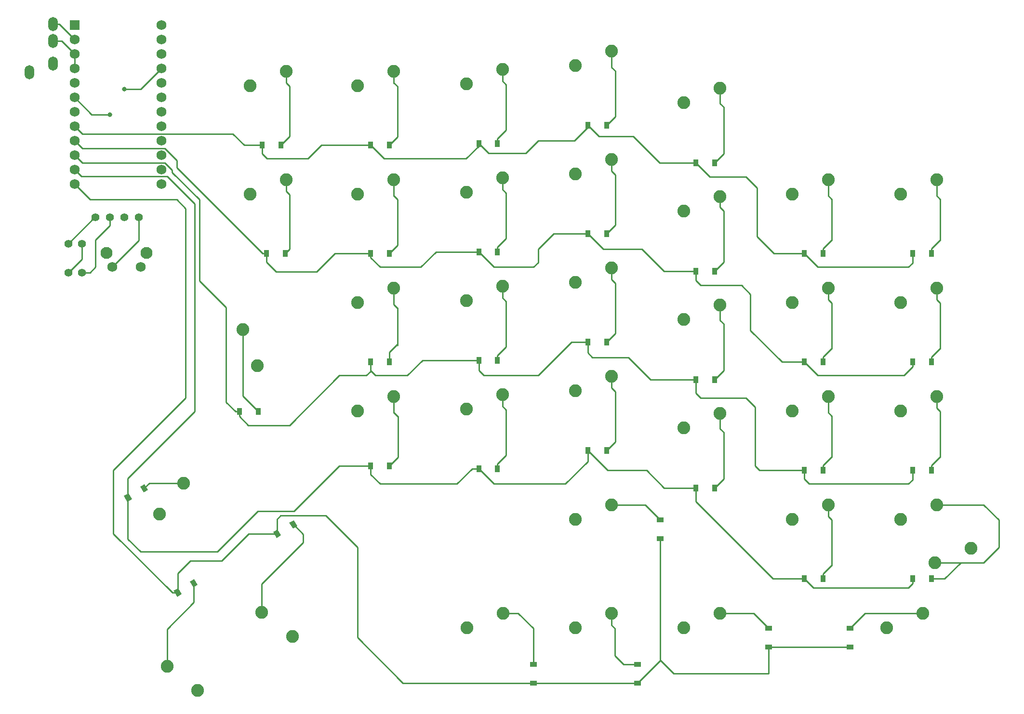
<source format=gbl>
G04 #@! TF.GenerationSoftware,KiCad,Pcbnew,5.1.10*
G04 #@! TF.CreationDate,2021-08-07T14:45:30-04:00*
G04 #@! TF.ProjectId,v05_right,7630355f-7269-4676-9874-2e6b69636164,rev?*
G04 #@! TF.SameCoordinates,Original*
G04 #@! TF.FileFunction,Copper,L2,Bot*
G04 #@! TF.FilePolarity,Positive*
%FSLAX46Y46*%
G04 Gerber Fmt 4.6, Leading zero omitted, Abs format (unit mm)*
G04 Created by KiCad (PCBNEW 5.1.10) date 2021-08-07 14:45:30*
%MOMM*%
%LPD*%
G01*
G04 APERTURE LIST*
G04 #@! TA.AperFunction,ComponentPad*
%ADD10C,2.250000*%
G04 #@! TD*
G04 #@! TA.AperFunction,SMDPad,CuDef*
%ADD11C,0.100000*%
G04 #@! TD*
G04 #@! TA.AperFunction,SMDPad,CuDef*
%ADD12R,0.900000X1.200000*%
G04 #@! TD*
G04 #@! TA.AperFunction,ComponentPad*
%ADD13O,1.700000X2.500000*%
G04 #@! TD*
G04 #@! TA.AperFunction,ComponentPad*
%ADD14C,2.100000*%
G04 #@! TD*
G04 #@! TA.AperFunction,ComponentPad*
%ADD15C,1.750000*%
G04 #@! TD*
G04 #@! TA.AperFunction,SMDPad,CuDef*
%ADD16R,1.200000X0.900000*%
G04 #@! TD*
G04 #@! TA.AperFunction,ComponentPad*
%ADD17C,1.397000*%
G04 #@! TD*
G04 #@! TA.AperFunction,ComponentPad*
%ADD18R,1.752600X1.752600*%
G04 #@! TD*
G04 #@! TA.AperFunction,ComponentPad*
%ADD19C,1.752600*%
G04 #@! TD*
G04 #@! TA.AperFunction,ViaPad*
%ADD20C,0.800000*%
G04 #@! TD*
G04 #@! TA.AperFunction,Conductor*
%ADD21C,0.250000*%
G04 #@! TD*
G04 APERTURE END LIST*
D10*
X-27622500Y-130651250D03*
X-33972500Y-133191250D03*
X-25558750Y-121761250D03*
X-19208750Y-119221250D03*
X-160450659Y-140040295D03*
X-155075955Y-144269557D03*
X-139541250Y-54451250D03*
X-145891250Y-56991250D03*
G04 #@! TA.AperFunction,SMDPad,CuDef*
D11*
G36*
X-155823269Y-126125865D02*
G01*
X-156423269Y-125086635D01*
X-155643847Y-124636635D01*
X-155043847Y-125675865D01*
X-155823269Y-126125865D01*
G37*
G04 #@! TD.AperFunction*
G04 #@! TA.AperFunction,SMDPad,CuDef*
G36*
X-158681153Y-127775865D02*
G01*
X-159281153Y-126736635D01*
X-158501731Y-126286635D01*
X-157901731Y-127325865D01*
X-158681153Y-127775865D01*
G37*
G04 #@! TD.AperFunction*
D12*
X-139700000Y-67468750D03*
X-143000000Y-67468750D03*
D13*
X-184662500Y-35612500D03*
X-180462500Y-34112500D03*
X-180462500Y-30112500D03*
X-180462500Y-27112500D03*
D14*
X-164100000Y-67360000D03*
D15*
X-165100000Y-69850000D03*
X-170100000Y-69850000D03*
D14*
X-171110000Y-67360000D03*
D10*
X-101490000Y-73197500D03*
X-107840000Y-75737500D03*
X-101435000Y-130651250D03*
X-107785000Y-133191250D03*
X-82385000Y-111601250D03*
X-88735000Y-114141250D03*
X-63335000Y-130651250D03*
X-69685000Y-133191250D03*
X-63303750Y-95578000D03*
X-69653750Y-98118000D03*
X-63303750Y-76528000D03*
X-69653750Y-79068000D03*
X-63303750Y-38428000D03*
X-69653750Y-40968000D03*
X-25241250Y-111601250D03*
X-31591250Y-114141250D03*
G04 #@! TA.AperFunction,SMDPad,CuDef*
D11*
G36*
X-138360769Y-115807115D02*
G01*
X-138960769Y-114767885D01*
X-138181347Y-114317885D01*
X-137581347Y-115357115D01*
X-138360769Y-115807115D01*
G37*
G04 #@! TD.AperFunction*
G04 #@! TA.AperFunction,SMDPad,CuDef*
G36*
X-141218653Y-117457115D02*
G01*
X-141818653Y-116417885D01*
X-141039231Y-115967885D01*
X-140439231Y-117007115D01*
X-141218653Y-117457115D01*
G37*
G04 #@! TD.AperFunction*
D16*
X-96043750Y-139637500D03*
X-96043750Y-142937500D03*
X-77787500Y-139637500D03*
X-77787500Y-142937500D03*
X-73818750Y-114237500D03*
X-73818750Y-117537500D03*
X-54768750Y-133287500D03*
X-54768750Y-136587500D03*
X-40481250Y-133287500D03*
X-40481250Y-136587500D03*
G04 #@! TA.AperFunction,SMDPad,CuDef*
D11*
G36*
X-164554519Y-109457115D02*
G01*
X-165154519Y-108417885D01*
X-164375097Y-107967885D01*
X-163775097Y-109007115D01*
X-164554519Y-109457115D01*
G37*
G04 #@! TD.AperFunction*
G04 #@! TA.AperFunction,SMDPad,CuDef*
G36*
X-167412403Y-111107115D02*
G01*
X-168012403Y-110067885D01*
X-167232981Y-109617885D01*
X-166632981Y-110657115D01*
X-167412403Y-111107115D01*
G37*
G04 #@! TD.AperFunction*
D12*
X-121381250Y-104775000D03*
X-124681250Y-104775000D03*
X-102380000Y-105265000D03*
X-105680000Y-105265000D03*
X-83230000Y-102040000D03*
X-86530000Y-102040000D03*
X-64230000Y-108640000D03*
X-67530000Y-108640000D03*
X-45181250Y-124618750D03*
X-48481250Y-124618750D03*
X-26131250Y-124618750D03*
X-29431250Y-124618750D03*
X-144400000Y-95250000D03*
X-147700000Y-95250000D03*
X-121381250Y-86518750D03*
X-124681250Y-86518750D03*
X-102380000Y-86215000D03*
X-105680000Y-86215000D03*
X-83230000Y-82990000D03*
X-86530000Y-82990000D03*
X-64230000Y-89590000D03*
X-67530000Y-89590000D03*
X-45181250Y-105568750D03*
X-48481250Y-105568750D03*
X-26131250Y-105568750D03*
X-29431250Y-105568750D03*
X-121381250Y-67468750D03*
X-124681250Y-67468750D03*
X-102380000Y-67165000D03*
X-105680000Y-67165000D03*
X-83230000Y-63940000D03*
X-86530000Y-63940000D03*
X-64230000Y-70540000D03*
X-67530000Y-70540000D03*
X-45181250Y-86518750D03*
X-48481250Y-86518750D03*
X-26131250Y-86518750D03*
X-29431250Y-86518750D03*
X-140431250Y-48418750D03*
X-143731250Y-48418750D03*
X-121381250Y-48418750D03*
X-124681250Y-48418750D03*
X-102380000Y-48115000D03*
X-105680000Y-48115000D03*
X-83230000Y-44890000D03*
X-86530000Y-44890000D03*
X-64230000Y-51490000D03*
X-67530000Y-51490000D03*
X-45181250Y-67468750D03*
X-48481250Y-67468750D03*
X-26131250Y-67468750D03*
X-29431250Y-67468750D03*
D10*
X-147161250Y-80803750D03*
X-144621250Y-87153750D03*
X-120590000Y-54451250D03*
X-126940000Y-56991250D03*
X-63303750Y-57478000D03*
X-69653750Y-60018000D03*
X-120590000Y-35401250D03*
X-126940000Y-37941250D03*
D17*
X-177800000Y-70802500D03*
X-177800000Y-65722500D03*
X-175418750Y-65722500D03*
X-175418750Y-70802500D03*
X-165417500Y-61118750D03*
X-167957500Y-61118750D03*
X-170497500Y-61118750D03*
X-173037500Y-61118750D03*
D18*
X-176688750Y-27305000D03*
D19*
X-176688750Y-29845000D03*
X-176688750Y-32385000D03*
X-176688750Y-34925000D03*
X-176688750Y-37465000D03*
X-176688750Y-40005000D03*
X-176688750Y-42545000D03*
X-176688750Y-45085000D03*
X-176688750Y-47625000D03*
X-176688750Y-50165000D03*
X-176688750Y-52705000D03*
X-161448750Y-55245000D03*
X-161448750Y-52705000D03*
X-161448750Y-50165000D03*
X-161448750Y-47625000D03*
X-161448750Y-45085000D03*
X-161448750Y-42545000D03*
X-161448750Y-40005000D03*
X-161448750Y-37465000D03*
X-161448750Y-34925000D03*
X-161448750Y-32385000D03*
X-161448750Y-29845000D03*
X-176688750Y-55245000D03*
X-161448750Y-27305000D03*
D10*
X-143781909Y-130515295D03*
X-138407205Y-134744557D03*
X-82321500Y-130663250D03*
X-88671500Y-133203250D03*
X-157502795Y-107836841D03*
X-161732057Y-113211545D03*
X-120590000Y-92551250D03*
X-126940000Y-95091250D03*
X-101490000Y-92247500D03*
X-107840000Y-94787500D03*
X-82340000Y-88990750D03*
X-88690000Y-91530750D03*
X-44291250Y-111601250D03*
X-50641250Y-114141250D03*
X-120590000Y-73501250D03*
X-126940000Y-76041250D03*
X-82340000Y-69940750D03*
X-88690000Y-72480750D03*
X-44291250Y-92551250D03*
X-50641250Y-95091250D03*
X-25241250Y-92551250D03*
X-31591250Y-95091250D03*
X-101490000Y-54147500D03*
X-107840000Y-56687500D03*
X-82340000Y-50890750D03*
X-88690000Y-53430750D03*
X-44291250Y-73501250D03*
X-50641250Y-76041250D03*
X-25241250Y-73501250D03*
X-31591250Y-76041250D03*
X-139541250Y-35401250D03*
X-145891250Y-37941250D03*
X-101490000Y-35097500D03*
X-107840000Y-37637500D03*
X-82340000Y-31840750D03*
X-88690000Y-34380750D03*
X-44291250Y-54451250D03*
X-50641250Y-56991250D03*
X-25241250Y-54451250D03*
X-31591250Y-56991250D03*
D20*
X-167957500Y-38576250D03*
X-170497500Y-43021250D03*
D21*
X-25241250Y-54451250D02*
X-25241250Y-57308750D01*
X-25241250Y-57308750D02*
X-24606250Y-57943750D01*
X-26131250Y-66612500D02*
X-24606250Y-65087500D01*
X-26131250Y-67468750D02*
X-26131250Y-66612500D01*
X-24606250Y-65087500D02*
X-24606250Y-65150000D01*
X-24606250Y-57943750D02*
X-24606250Y-65087500D01*
X-46100000Y-69850000D02*
X-48481250Y-67468750D01*
X-30162500Y-69850000D02*
X-46100000Y-69850000D01*
X-29431250Y-69118750D02*
X-30162500Y-69850000D01*
X-29431250Y-67468750D02*
X-29431250Y-69118750D01*
X-65045000Y-53975000D02*
X-67530000Y-51490000D01*
X-48481250Y-67468750D02*
X-51593750Y-67468750D01*
X-67530000Y-51490000D02*
X-73922500Y-51490000D01*
X-73922500Y-51490000D02*
X-78581250Y-46831250D01*
X-84588750Y-46831250D02*
X-86530000Y-44890000D01*
X-78581250Y-46831250D02*
X-84588750Y-46831250D01*
X-86530000Y-44890000D02*
X-86530000Y-45255000D01*
X-86530000Y-45255000D02*
X-88900000Y-47625000D01*
X-103981250Y-49813750D02*
X-105680000Y-48115000D01*
X-53817660Y-67468750D02*
X-56806260Y-64480150D01*
X-51593750Y-67468750D02*
X-53817660Y-67468750D01*
X-56806260Y-64480150D02*
X-56806260Y-55906240D01*
X-56806260Y-55906240D02*
X-58737500Y-53975000D01*
X-58737500Y-53975000D02*
X-65087500Y-53975000D01*
X-88900000Y-47625000D02*
X-95250000Y-47625000D01*
X-97438750Y-49813750D02*
X-103981250Y-49813750D01*
X-95250000Y-47625000D02*
X-97438750Y-49813750D01*
X-105680000Y-48115000D02*
X-105680000Y-48530000D01*
X-105680000Y-48530000D02*
X-107950000Y-50800000D01*
X-122300000Y-50800000D02*
X-124681250Y-48418750D01*
X-107950000Y-50800000D02*
X-122300000Y-50800000D01*
X-175350051Y-46423699D02*
X-176688750Y-45085000D01*
X-148901301Y-46423699D02*
X-175350051Y-46423699D01*
X-143731250Y-49943750D02*
X-143731250Y-48418750D01*
X-142875000Y-50800000D02*
X-143731250Y-49943750D01*
X-135731250Y-50800000D02*
X-142875000Y-50800000D01*
X-133350000Y-48418750D02*
X-135731250Y-50800000D01*
X-124681250Y-48418750D02*
X-133350000Y-48418750D01*
X-146906250Y-48418750D02*
X-148901301Y-46423699D01*
X-143731250Y-48418750D02*
X-146906250Y-48418750D01*
X-44291250Y-54451250D02*
X-44291250Y-57308750D01*
X-44291250Y-57308750D02*
X-43656250Y-57943750D01*
X-45181250Y-66612500D02*
X-43656250Y-65087500D01*
X-45181250Y-67468750D02*
X-45181250Y-66612500D01*
X-43656250Y-65087500D02*
X-43656250Y-65150000D01*
X-43656250Y-57943750D02*
X-43656250Y-65087500D01*
X-62668750Y-49928750D02*
X-64230000Y-51490000D01*
X-62668750Y-41730000D02*
X-62668750Y-49928750D01*
X-63303750Y-41095000D02*
X-62668750Y-41730000D01*
X-63303750Y-38428000D02*
X-63303750Y-41095000D01*
X-81705000Y-43365000D02*
X-83230000Y-44890000D01*
X-82340000Y-34730000D02*
X-81705000Y-35365000D01*
X-81705000Y-35365000D02*
X-81705000Y-43365000D01*
X-82340000Y-31840750D02*
X-82340000Y-34730000D01*
X-101490000Y-35097500D02*
X-101490000Y-37161250D01*
X-101490000Y-37161250D02*
X-100855000Y-37796250D01*
X-102380000Y-47258750D02*
X-100855000Y-45733750D01*
X-102380000Y-48115000D02*
X-102380000Y-47258750D01*
X-100855000Y-45733750D02*
X-100855000Y-45796250D01*
X-100855000Y-37796250D02*
X-100855000Y-45733750D01*
X-120590000Y-37465000D02*
X-119955000Y-38100000D01*
X-120590000Y-35718750D02*
X-120590000Y-37560250D01*
X-119955000Y-46992500D02*
X-121381250Y-48418750D01*
X-119955000Y-38100000D02*
X-119955000Y-46992500D01*
X-139541250Y-35401250D02*
X-139541250Y-37465000D01*
X-139541250Y-37465000D02*
X-138906250Y-38100000D01*
X-138906250Y-46893750D02*
X-140431250Y-48418750D01*
X-138906250Y-38100000D02*
X-138906250Y-46893750D01*
X-25241250Y-73501250D02*
X-25241250Y-75565000D01*
X-25241250Y-75565000D02*
X-24606250Y-76200000D01*
X-26131250Y-85662500D02*
X-24606250Y-84137500D01*
X-26131250Y-86518750D02*
X-26131250Y-85662500D01*
X-24606250Y-84137500D02*
X-24606250Y-84200000D01*
X-24606250Y-76200000D02*
X-24606250Y-84137500D01*
X-29431250Y-86518750D02*
X-29431250Y-87375000D01*
X-29431250Y-87375000D02*
X-30956250Y-88900000D01*
X-46100000Y-88900000D02*
X-48481250Y-86518750D01*
X-30956250Y-88900000D02*
X-46100000Y-88900000D01*
X-67530000Y-70540000D02*
X-73128750Y-70540000D01*
X-73128750Y-70540000D02*
X-76993750Y-66675000D01*
X-83795000Y-66675000D02*
X-86530000Y-63940000D01*
X-76993750Y-66675000D02*
X-83795000Y-66675000D01*
X-67530000Y-72170000D02*
X-67530000Y-70540000D01*
X-66675000Y-73025000D02*
X-67530000Y-72170000D01*
X-59531250Y-73025000D02*
X-66675000Y-73025000D01*
X-57943750Y-80962500D02*
X-57943750Y-74612500D01*
X-52387500Y-86518750D02*
X-57943750Y-80962500D01*
X-57943750Y-74612500D02*
X-59531250Y-73025000D01*
X-48481250Y-86518750D02*
X-52387500Y-86518750D01*
X-86530000Y-63940000D02*
X-92515000Y-63940000D01*
X-92515000Y-63940000D02*
X-95250000Y-66675000D01*
X-95250000Y-66675000D02*
X-95250000Y-69056250D01*
X-95250000Y-69056250D02*
X-96043750Y-69850000D01*
X-96043750Y-69850000D02*
X-102995000Y-69850000D01*
X-102995000Y-69850000D02*
X-103091250Y-69753750D01*
X-103091250Y-69753750D02*
X-105680000Y-67165000D01*
X-123031250Y-69850000D02*
X-124681250Y-68200000D01*
X-124681250Y-68200000D02*
X-124681250Y-67468750D01*
X-115887500Y-69850000D02*
X-123031250Y-69850000D01*
X-113202500Y-67165000D02*
X-115887500Y-69850000D01*
X-105680000Y-67165000D02*
X-113202500Y-67165000D01*
X-175350051Y-48963699D02*
X-176688750Y-47625000D01*
X-158750000Y-51085824D02*
X-160872125Y-48963699D01*
X-158750000Y-52387500D02*
X-158750000Y-51085824D01*
X-154691199Y-56446301D02*
X-158750000Y-52387500D01*
X-160872125Y-48963699D02*
X-175350051Y-48963699D01*
X-141287500Y-70643750D02*
X-143000000Y-68931250D01*
X-143000000Y-68931250D02*
X-143000000Y-67468750D01*
X-134143750Y-70643750D02*
X-141287500Y-70643750D01*
X-130968750Y-67468750D02*
X-134143750Y-70643750D01*
X-124681250Y-67468750D02*
X-130968750Y-67468750D01*
X-143000000Y-67468750D02*
X-143668750Y-67468750D01*
X-143668750Y-67468750D02*
X-154781250Y-56356250D01*
X-44291250Y-73501250D02*
X-44291250Y-75565000D01*
X-44291250Y-75565000D02*
X-43656250Y-76200000D01*
X-45181250Y-85662500D02*
X-43656250Y-84137500D01*
X-45181250Y-86518750D02*
X-45181250Y-85662500D01*
X-43656250Y-84137500D02*
X-43656250Y-84200000D01*
X-43656250Y-76200000D02*
X-43656250Y-84137500D01*
X-62668750Y-59986250D02*
X-62668750Y-68978750D01*
X-63303750Y-59351250D02*
X-62668750Y-59986250D01*
X-62668750Y-68978750D02*
X-64230000Y-70540000D01*
X-63303750Y-57478000D02*
X-63303750Y-59351250D01*
X-81705000Y-62415000D02*
X-83230000Y-63940000D01*
X-81705000Y-53621250D02*
X-81705000Y-62415000D01*
X-82340000Y-52986250D02*
X-81705000Y-53621250D01*
X-82340000Y-50890750D02*
X-82340000Y-52986250D01*
X-101490000Y-54147500D02*
X-101490000Y-56211250D01*
X-101490000Y-56211250D02*
X-100855000Y-56846250D01*
X-102380000Y-67165000D02*
X-102380000Y-66308750D01*
X-102380000Y-66308750D02*
X-100855000Y-64783750D01*
X-100855000Y-64783750D02*
X-100855000Y-64846250D01*
X-100855000Y-56846250D02*
X-100855000Y-64783750D01*
X-120590000Y-54768750D02*
X-120590000Y-57404000D01*
X-119955000Y-57943750D02*
X-119955000Y-66042500D01*
X-119955000Y-66042500D02*
X-121381250Y-67468750D01*
X-120590000Y-57308750D02*
X-119955000Y-57943750D01*
X-25241250Y-92551250D02*
X-25241250Y-94615000D01*
X-25241250Y-94615000D02*
X-24606250Y-95250000D01*
X-26131250Y-104712500D02*
X-24606250Y-103187500D01*
X-26131250Y-105568750D02*
X-26131250Y-104712500D01*
X-24606250Y-103187500D02*
X-24606250Y-103250000D01*
X-24606250Y-95250000D02*
X-24606250Y-103187500D01*
X-48481250Y-107093750D02*
X-48481250Y-105568750D01*
X-47625000Y-107950000D02*
X-48481250Y-107093750D01*
X-30162500Y-107950000D02*
X-47625000Y-107950000D01*
X-29431250Y-107218750D02*
X-30162500Y-107950000D01*
X-29431250Y-105568750D02*
X-29431250Y-107218750D01*
X-48481250Y-105568750D02*
X-56356250Y-105568750D01*
X-56356250Y-105568750D02*
X-57150000Y-104775000D01*
X-67530000Y-92013750D02*
X-67530000Y-89590000D01*
X-66675000Y-92868750D02*
X-67530000Y-92013750D01*
X-57150000Y-104775000D02*
X-57150000Y-94456250D01*
X-57150000Y-94456250D02*
X-58737500Y-92868750D01*
X-58737500Y-92868750D02*
X-66675000Y-92868750D01*
X-86530000Y-84920000D02*
X-86530000Y-82990000D01*
X-85725000Y-85725000D02*
X-86530000Y-84920000D01*
X-79375000Y-85725000D02*
X-85725000Y-85725000D01*
X-75510000Y-89590000D02*
X-79375000Y-85725000D01*
X-67530000Y-89590000D02*
X-75510000Y-89590000D01*
X-105680000Y-87995000D02*
X-105680000Y-86215000D01*
X-104775000Y-88900000D02*
X-105680000Y-87995000D01*
X-95250000Y-88900000D02*
X-104775000Y-88900000D01*
X-89340000Y-82990000D02*
X-95250000Y-88900000D01*
X-86530000Y-82990000D02*
X-89340000Y-82990000D01*
X-124681250Y-88043750D02*
X-124681250Y-86518750D01*
X-123825000Y-88900000D02*
X-124681250Y-88043750D01*
X-118268750Y-88900000D02*
X-123825000Y-88900000D01*
X-115583750Y-86215000D02*
X-118268750Y-88900000D01*
X-105680000Y-86215000D02*
X-115583750Y-86215000D01*
X-124681250Y-88043750D02*
X-124681250Y-88168750D01*
X-124681250Y-88168750D02*
X-125412500Y-88900000D01*
X-125412500Y-88900000D02*
X-130175000Y-88900000D01*
X-130175000Y-88900000D02*
X-138906250Y-97631250D01*
X-147700000Y-96100000D02*
X-147700000Y-95250000D01*
X-146168750Y-97631250D02*
X-147700000Y-96100000D01*
X-138906250Y-97631250D02*
X-146168750Y-97631250D01*
X-159543750Y-52832074D02*
X-160872125Y-51503699D01*
X-159543750Y-53181250D02*
X-159543750Y-52832074D01*
X-154781250Y-57943750D02*
X-159543750Y-53181250D01*
X-154781250Y-72231250D02*
X-154781250Y-57943750D01*
X-160872125Y-51503699D02*
X-175350051Y-51503699D01*
X-150081250Y-76931250D02*
X-154781250Y-72231250D01*
X-150081250Y-93600000D02*
X-150081250Y-76931250D01*
X-148431250Y-95250000D02*
X-150081250Y-93600000D01*
X-175350051Y-51503699D02*
X-176688750Y-50165000D01*
X-147700000Y-95250000D02*
X-148431250Y-95250000D01*
X-44291250Y-92551250D02*
X-44291250Y-95408750D01*
X-44291250Y-95408750D02*
X-43656250Y-96043750D01*
X-45181250Y-104712500D02*
X-43656250Y-103187500D01*
X-45181250Y-105568750D02*
X-45181250Y-104712500D01*
X-43656250Y-103187500D02*
X-43656250Y-103250000D01*
X-43656250Y-96043750D02*
X-43656250Y-103187500D01*
X-62668750Y-88028750D02*
X-64230000Y-89590000D01*
X-62668750Y-79830000D02*
X-62668750Y-88028750D01*
X-63303750Y-79195000D02*
X-62668750Y-79830000D01*
X-63303750Y-76528000D02*
X-63303750Y-79195000D01*
X-81705000Y-81465000D02*
X-83230000Y-82990000D01*
X-81705000Y-72671250D02*
X-81705000Y-81465000D01*
X-82340000Y-72036250D02*
X-81705000Y-72671250D01*
X-82340000Y-69940750D02*
X-82340000Y-72036250D01*
X-101490000Y-73197500D02*
X-101490000Y-75261250D01*
X-101490000Y-75261250D02*
X-100855000Y-75896250D01*
X-102380000Y-85358750D02*
X-100855000Y-83833750D01*
X-102380000Y-86215000D02*
X-102380000Y-85358750D01*
X-100855000Y-83833750D02*
X-100855000Y-83896250D01*
X-100855000Y-75896250D02*
X-100855000Y-83833750D01*
X-121381250Y-84770000D02*
X-119955000Y-83343750D01*
X-120590000Y-76457500D02*
X-119955000Y-77092500D01*
X-120590000Y-73818750D02*
X-120590000Y-76457500D01*
X-119955000Y-77092500D02*
X-119955000Y-83615000D01*
X-119955000Y-76993750D02*
X-119955000Y-77092500D01*
X-121381250Y-84770000D02*
X-121381250Y-86518750D01*
X-147161250Y-92488750D02*
X-144400000Y-95250000D01*
X-147161250Y-80803750D02*
X-147161250Y-92488750D01*
X-25241250Y-111601250D02*
X-16986250Y-111601250D01*
X-16986250Y-111601250D02*
X-14287500Y-114300000D01*
X-14287500Y-114300000D02*
X-14287500Y-119062500D01*
X-14287500Y-119062500D02*
X-16986250Y-121761250D01*
X-20320000Y-121761250D02*
X-20955000Y-121761250D01*
X-16986250Y-121761250D02*
X-20320000Y-121761250D01*
X-20320000Y-121761250D02*
X-25558750Y-121761250D01*
X-23812500Y-124618750D02*
X-26131250Y-124618750D01*
X-20955000Y-121761250D02*
X-23812500Y-124618750D01*
X-48481250Y-124618750D02*
X-53975000Y-124618750D01*
X-53975000Y-124618750D02*
X-67530000Y-111063750D01*
X-102995000Y-107950000D02*
X-105680000Y-105265000D01*
X-67530000Y-111063750D02*
X-67530000Y-108640000D01*
X-67530000Y-108640000D02*
X-73128750Y-108640000D01*
X-73128750Y-108640000D02*
X-76200000Y-105568750D01*
X-83001250Y-105568750D02*
X-86530000Y-102040000D01*
X-76200000Y-105568750D02*
X-83001250Y-105568750D01*
X-86530000Y-102040000D02*
X-86530000Y-103992500D01*
X-90487500Y-107950000D02*
X-102995000Y-107950000D01*
X-86530000Y-103992500D02*
X-90487500Y-107950000D01*
X-124681250Y-106300000D02*
X-124681250Y-104775000D01*
X-123031250Y-107950000D02*
X-124681250Y-106300000D01*
X-109537500Y-107950000D02*
X-123031250Y-107950000D01*
X-106852500Y-105265000D02*
X-109537500Y-107950000D01*
X-105680000Y-105265000D02*
X-106852500Y-105265000D01*
X-165100000Y-119856250D02*
X-167322692Y-117633558D01*
X-151652520Y-119856250D02*
X-165100000Y-119856250D01*
X-167322692Y-117633558D02*
X-167322692Y-110362500D01*
X-144508770Y-112712500D02*
X-151652520Y-119856250D01*
X-138112500Y-112712500D02*
X-144508770Y-112712500D01*
X-130175000Y-104775000D02*
X-138112500Y-112712500D01*
X-124681250Y-104775000D02*
X-130175000Y-104775000D01*
X-175487449Y-53906301D02*
X-176688750Y-52705000D01*
X-160406199Y-53906301D02*
X-175487449Y-53906301D01*
X-155575000Y-58737500D02*
X-160406199Y-53906301D01*
X-155575000Y-95250000D02*
X-155575000Y-58737500D01*
X-167322692Y-106997692D02*
X-155575000Y-95250000D01*
X-167322692Y-110362500D02*
X-167322692Y-106997692D01*
X-29431250Y-124618750D02*
X-29431250Y-125475000D01*
X-29431250Y-125475000D02*
X-30162500Y-126206250D01*
X-46893750Y-126206250D02*
X-48481250Y-124618750D01*
X-30162500Y-126206250D02*
X-46893750Y-126206250D01*
X-44291250Y-111601250D02*
X-44291250Y-113665000D01*
X-44291250Y-113665000D02*
X-43656250Y-114300000D01*
X-45181250Y-123762500D02*
X-43656250Y-122237500D01*
X-45181250Y-124618750D02*
X-45181250Y-123762500D01*
X-43656250Y-122237500D02*
X-43656250Y-122300000D01*
X-43656250Y-114300000D02*
X-43656250Y-122237500D01*
X-62668750Y-98880000D02*
X-62668750Y-107078750D01*
X-63303750Y-98245000D02*
X-62668750Y-98880000D01*
X-62668750Y-107078750D02*
X-64230000Y-108640000D01*
X-63303750Y-95578000D02*
X-63303750Y-98245000D01*
X-81705000Y-100515000D02*
X-83230000Y-102040000D01*
X-81705000Y-91721250D02*
X-81705000Y-100515000D01*
X-82340000Y-91086250D02*
X-81705000Y-91721250D01*
X-82340000Y-88990750D02*
X-82340000Y-91086250D01*
X-101490000Y-92247500D02*
X-101490000Y-94311250D01*
X-101490000Y-94311250D02*
X-100855000Y-94946250D01*
X-102380000Y-105265000D02*
X-102380000Y-104408750D01*
X-100855000Y-102883750D02*
X-100855000Y-102946250D01*
X-102380000Y-104408750D02*
X-100855000Y-102883750D01*
X-100855000Y-94946250D02*
X-100855000Y-102883750D01*
X-120590000Y-92868750D02*
X-120590000Y-95504000D01*
X-120590000Y-95408750D02*
X-119955000Y-96043750D01*
X-119856250Y-103250000D02*
X-121381250Y-104775000D01*
X-119856250Y-96043750D02*
X-119856250Y-103250000D01*
X-163589149Y-107836841D02*
X-164464808Y-108712500D01*
X-157502795Y-107836841D02*
X-163589149Y-107836841D01*
X-37845000Y-130651250D02*
X-40481250Y-133287500D01*
X-27622500Y-130651250D02*
X-37845000Y-130651250D01*
X-40481250Y-136587500D02*
X-54768750Y-136587500D01*
X-54768750Y-136587500D02*
X-54768750Y-141287500D01*
X-54768750Y-141287500D02*
X-71437500Y-141287500D01*
X-71437500Y-141287500D02*
X-73818750Y-138906250D01*
X-73818750Y-138906250D02*
X-73818750Y-117537500D01*
X-77787500Y-142937500D02*
X-96043750Y-142937500D01*
X-73818750Y-138968750D02*
X-77787500Y-142937500D01*
X-73818750Y-138906250D02*
X-73818750Y-138968750D01*
X-96043750Y-142937500D02*
X-118331250Y-142937500D01*
X-118331250Y-142937500D02*
X-118610192Y-142937500D01*
X-140493750Y-113506250D02*
X-141128942Y-114141442D01*
X-132556250Y-113506250D02*
X-140493750Y-113506250D01*
X-127000000Y-134937500D02*
X-127000000Y-119062500D01*
X-119000000Y-142937500D02*
X-127000000Y-134937500D01*
X-141128942Y-114141442D02*
X-141128942Y-116712500D01*
X-127000000Y-119062500D02*
X-132556250Y-113506250D01*
X-118331250Y-142937500D02*
X-119000000Y-142937500D01*
X-141128942Y-116712500D02*
X-146081250Y-116712500D01*
X-146081250Y-116712500D02*
X-150812500Y-121443750D01*
X-150812500Y-121443750D02*
X-156368750Y-121443750D01*
X-158591442Y-123666442D02*
X-158591442Y-127031250D01*
X-156368750Y-121443750D02*
X-158591442Y-123666442D01*
X-173990000Y-57943750D02*
X-176688750Y-55245000D01*
X-158750000Y-57943750D02*
X-173990000Y-57943750D01*
X-169862500Y-105568750D02*
X-157162500Y-92868750D01*
X-169862500Y-116681250D02*
X-169862500Y-105568750D01*
X-159512500Y-127031250D02*
X-169862500Y-116681250D01*
X-157162500Y-59531250D02*
X-158750000Y-57943750D01*
X-157162500Y-92868750D02*
X-157162500Y-59531250D01*
X-158591442Y-127031250D02*
X-159512500Y-127031250D01*
X-57405000Y-130651250D02*
X-54768750Y-133287500D01*
X-63335000Y-130651250D02*
X-57405000Y-130651250D01*
X-76455000Y-111601250D02*
X-73818750Y-114237500D01*
X-82385000Y-111601250D02*
X-76455000Y-111601250D01*
X-82321500Y-130663250D02*
X-82321500Y-132778500D01*
X-82321500Y-132778500D02*
X-81750000Y-133350000D01*
X-81750000Y-133350000D02*
X-81750000Y-138118750D01*
X-80231250Y-139637500D02*
X-77787500Y-139637500D01*
X-81750000Y-138118750D02*
X-80231250Y-139637500D01*
X-101435000Y-130651250D02*
X-98742500Y-130651250D01*
X-96043750Y-133350000D02*
X-96043750Y-139637500D01*
X-98742500Y-130651250D02*
X-96043750Y-133350000D01*
X-136525000Y-116808558D02*
X-138271058Y-115062500D01*
X-136525000Y-116808558D02*
X-136525000Y-118268750D01*
X-143781909Y-125525659D02*
X-143781909Y-130515295D01*
X-136525000Y-118268750D02*
X-143781909Y-125525659D01*
X-175418750Y-68421250D02*
X-177800000Y-70802500D01*
X-175418750Y-65722500D02*
X-175418750Y-68421250D01*
X-175418750Y-65722500D02*
X-175418750Y-66710328D01*
X-165100000Y-38576250D02*
X-161448750Y-34925000D01*
X-167957500Y-38576250D02*
X-165100000Y-38576250D01*
X-173196250Y-61118750D02*
X-173037500Y-61118750D01*
X-177800000Y-65722500D02*
X-173196250Y-61118750D01*
X-175418750Y-70802500D02*
X-173990000Y-70802500D01*
X-173990000Y-70802500D02*
X-173037500Y-69850000D01*
X-173037500Y-69850000D02*
X-173037500Y-65087500D01*
X-170497500Y-62547500D02*
X-170497500Y-61118750D01*
X-173037500Y-65087500D02*
X-170497500Y-62547500D01*
X-173672500Y-43021250D02*
X-176688750Y-40005000D01*
X-170497500Y-43021250D02*
X-173672500Y-43021250D01*
X-165417500Y-65167500D02*
X-165417500Y-61118750D01*
X-170100000Y-69850000D02*
X-165417500Y-65167500D01*
X-178961250Y-30112500D02*
X-176688750Y-32385000D01*
X-180462500Y-30112500D02*
X-178961250Y-30112500D01*
X-176688750Y-32385000D02*
X-176688750Y-34925000D01*
X-179421250Y-27112500D02*
X-176688750Y-29845000D01*
X-180462500Y-27112500D02*
X-179421250Y-27112500D01*
X-139541250Y-54451250D02*
X-139541250Y-56515000D01*
X-139541250Y-56515000D02*
X-138906250Y-57150000D01*
X-138906250Y-66675000D02*
X-139700000Y-67468750D01*
X-138906250Y-57150000D02*
X-138906250Y-66675000D01*
X-160450659Y-140040295D02*
X-160450659Y-133463159D01*
X-155733558Y-128746058D02*
X-155733558Y-125381250D01*
X-160450659Y-133463159D02*
X-155733558Y-128746058D01*
M02*

</source>
